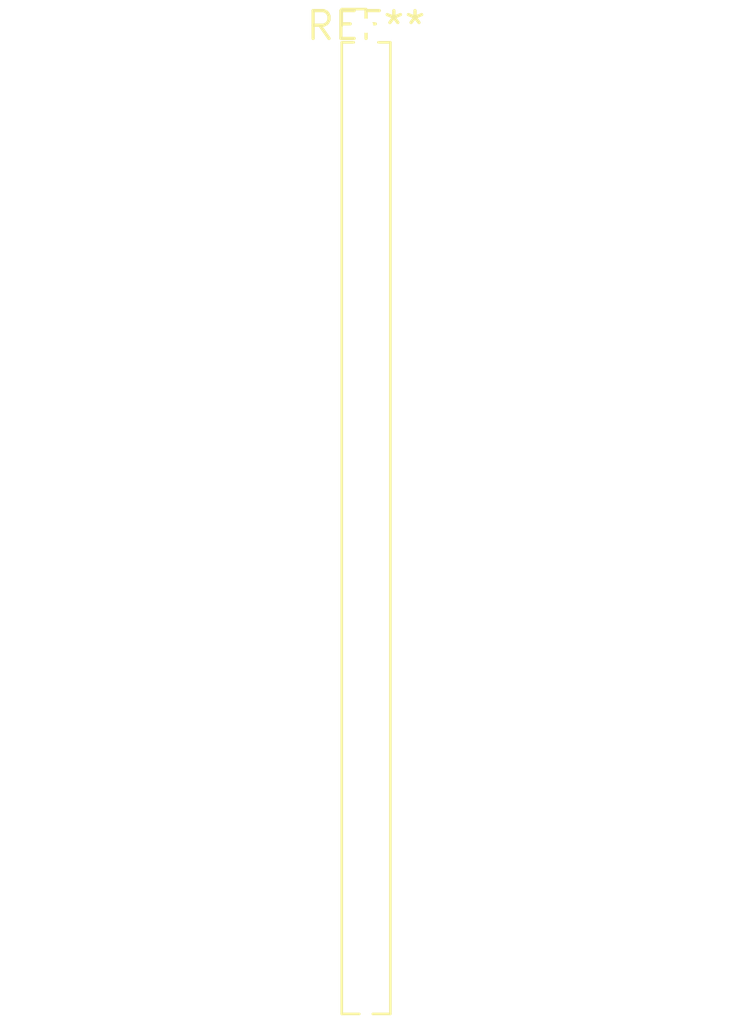
<source format=kicad_pcb>
(kicad_pcb (version 20240108) (generator pcbnew)
  (layers (0 "F.Cu" signal) (31 "B.Cu" signal) (34 "B.Paste" user) (35 "F.Paste" user) (36 "B.SilkS" user "B.Silkscreen") (37 "F.SilkS" user "F.Silkscreen") (38 "B.Mask" user) (39 "F.Mask" user) (44 "Edge.Cuts" user))
  (net 0 "")
  (footprint "PinHeader_1x36_P1.27mm_Vertical" (layer "F.Cu") (at 0 0)
    (property "Reference" "REF**")
    (property "Value" "PinHeader_1x36_P1.27mm_Vertical")
    (fp_line (start -1.11 -0.76) (end 0 -0.76) (layer "F.SilkS") (stroke (width 0.12)))
    (fp_line (start -1.11 0) (end -1.11 -0.76) (layer "F.SilkS") (stroke (width 0.12)))
    (fp_line (start -1.11 0.76) (end -1.11 45.145) (layer "F.SilkS") (stroke (width 0.12)))
    (fp_line (start -1.11 0.76) (end -0.563471 0.76) (layer "F.SilkS") (stroke (width 0.12)))
    (fp_line (start -1.11 45.145) (end -0.30753 45.145) (layer "F.SilkS") (stroke (width 0.12)))
    (fp_line (start 0.30753 45.145) (end 1.11 45.145) (layer "F.SilkS") (stroke (width 0.12)))
    (fp_line (start 0.563471 0.76) (end 1.11 0.76) (layer "F.SilkS") (stroke (width 0.12)))
    (fp_line (start 1.11 0.76) (end 1.11 45.145) (layer "F.SilkS") (stroke (width 0.12)))
    (pad "1" thru_hole rect (at 0 0) (size 1 1) (drill 0.65) (layers *.Cu *.Mask) (remove_unused_layers))
    (pad "2" thru_hole oval (at 0 1.27) (size 1 1) (drill 0.65) (layers *.Cu *.Mask) (remove_unused_layers))
    (pad "3" thru_hole oval (at 0 2.54) (size 1 1) (drill 0.65) (layers *.Cu *.Mask) (remove_unused_layers))
    (pad "4" thru_hole oval (at 0 3.81) (size 1 1) (drill 0.65) (layers *.Cu *.Mask) (remove_unused_layers))
    (pad "5" thru_hole oval (at 0 5.08) (size 1 1) (drill 0.65) (layers *.Cu *.Mask) (remove_unused_layers))
    (pad "6" thru_hole oval (at 0 6.35) (size 1 1) (drill 0.65) (layers *.Cu *.Mask) (remove_unused_layers))
    (pad "7" thru_hole oval (at 0 7.62) (size 1 1) (drill 0.65) (layers *.Cu *.Mask) (remove_unused_layers))
    (pad "8" thru_hole oval (at 0 8.89) (size 1 1) (drill 0.65) (layers *.Cu *.Mask) (remove_unused_layers))
    (pad "9" thru_hole oval (at 0 10.16) (size 1 1) (drill 0.65) (layers *.Cu *.Mask) (remove_unused_layers))
    (pad "10" thru_hole oval (at 0 11.43) (size 1 1) (drill 0.65) (layers *.Cu *.Mask) (remove_unused_layers))
    (pad "11" thru_hole oval (at 0 12.7) (size 1 1) (drill 0.65) (layers *.Cu *.Mask) (remove_unused_layers))
    (pad "12" thru_hole oval (at 0 13.97) (size 1 1) (drill 0.65) (layers *.Cu *.Mask) (remove_unused_layers))
    (pad "13" thru_hole oval (at 0 15.24) (size 1 1) (drill 0.65) (layers *.Cu *.Mask) (remove_unused_layers))
    (pad "14" thru_hole oval (at 0 16.51) (size 1 1) (drill 0.65) (layers *.Cu *.Mask) (remove_unused_layers))
    (pad "15" thru_hole oval (at 0 17.78) (size 1 1) (drill 0.65) (layers *.Cu *.Mask) (remove_unused_layers))
    (pad "16" thru_hole oval (at 0 19.05) (size 1 1) (drill 0.65) (layers *.Cu *.Mask) (remove_unused_layers))
    (pad "17" thru_hole oval (at 0 20.32) (size 1 1) (drill 0.65) (layers *.Cu *.Mask) (remove_unused_layers))
    (pad "18" thru_hole oval (at 0 21.59) (size 1 1) (drill 0.65) (layers *.Cu *.Mask) (remove_unused_layers))
    (pad "19" thru_hole oval (at 0 22.86) (size 1 1) (drill 0.65) (layers *.Cu *.Mask) (remove_unused_layers))
    (pad "20" thru_hole oval (at 0 24.13) (size 1 1) (drill 0.65) (layers *.Cu *.Mask) (remove_unused_layers))
    (pad "21" thru_hole oval (at 0 25.4) (size 1 1) (drill 0.65) (layers *.Cu *.Mask) (remove_unused_layers))
    (pad "22" thru_hole oval (at 0 26.67) (size 1 1) (drill 0.65) (layers *.Cu *.Mask) (remove_unused_layers))
    (pad "23" thru_hole oval (at 0 27.94) (size 1 1) (drill 0.65) (layers *.Cu *.Mask) (remove_unused_layers))
    (pad "24" thru_hole oval (at 0 29.21) (size 1 1) (drill 0.65) (layers *.Cu *.Mask) (remove_unused_layers))
    (pad "25" thru_hole oval (at 0 30.48) (size 1 1) (drill 0.65) (layers *.Cu *.Mask) (remove_unused_layers))
    (pad "26" thru_hole oval (at 0 31.75) (size 1 1) (drill 0.65) (layers *.Cu *.Mask) (remove_unused_layers))
    (pad "27" thru_hole oval (at 0 33.02) (size 1 1) (drill 0.65) (layers *.Cu *.Mask) (remove_unused_layers))
    (pad "28" thru_hole oval (at 0 34.29) (size 1 1) (drill 0.65) (layers *.Cu *.Mask) (remove_unused_layers))
    (pad "29" thru_hole oval (at 0 35.56) (size 1 1) (drill 0.65) (layers *.Cu *.Mask) (remove_unused_layers))
    (pad "30" thru_hole oval (at 0 36.83) (size 1 1) (drill 0.65) (layers *.Cu *.Mask) (remove_unused_layers))
    (pad "31" thru_hole oval (at 0 38.1) (size 1 1) (drill 0.65) (layers *.Cu *.Mask) (remove_unused_layers))
    (pad "32" thru_hole oval (at 0 39.37) (size 1 1) (drill 0.65) (layers *.Cu *.Mask) (remove_unused_layers))
    (pad "33" thru_hole oval (at 0 40.64) (size 1 1) (drill 0.65) (layers *.Cu *.Mask) (remove_unused_layers))
    (pad "34" thru_hole oval (at 0 41.91) (size 1 1) (drill 0.65) (layers *.Cu *.Mask) (remove_unused_layers))
    (pad "35" thru_hole oval (at 0 43.18) (size 1 1) (drill 0.65) (layers *.Cu *.Mask) (remove_unused_layers))
    (pad "36" thru_hole oval (at 0 44.45) (size 1 1) (drill 0.65) (layers *.Cu *.Mask) (remove_unused_layers))
  )
)
</source>
